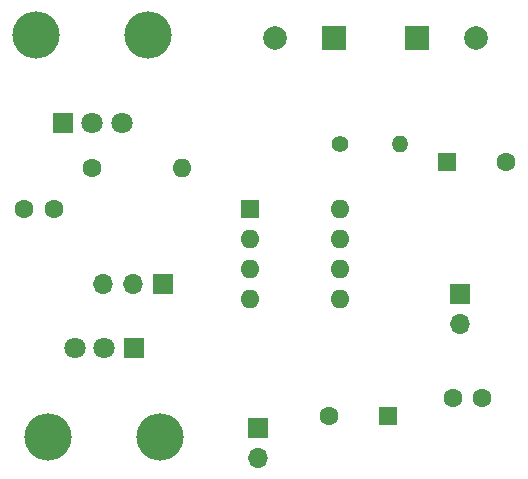
<source format=gts>
%TF.GenerationSoftware,KiCad,Pcbnew,8.0.1*%
%TF.CreationDate,2024-10-27T16:15:39-04:00*%
%TF.ProjectId,audio amplifier,61756469-6f20-4616-9d70-6c6966696572,rev?*%
%TF.SameCoordinates,Original*%
%TF.FileFunction,Soldermask,Top*%
%TF.FilePolarity,Negative*%
%FSLAX46Y46*%
G04 Gerber Fmt 4.6, Leading zero omitted, Abs format (unit mm)*
G04 Created by KiCad (PCBNEW 8.0.1) date 2024-10-27 16:15:39*
%MOMM*%
%LPD*%
G01*
G04 APERTURE LIST*
%ADD10R,1.600000X1.600000*%
%ADD11C,1.600000*%
%ADD12O,1.600000X1.600000*%
%ADD13R,1.700000X1.700000*%
%ADD14O,1.700000X1.700000*%
%ADD15O,4.000000X4.000000*%
%ADD16R,1.800000X1.800000*%
%ADD17C,1.800000*%
%ADD18C,1.400000*%
%ADD19O,1.400000X1.400000*%
%ADD20R,2.000000X2.000000*%
%ADD21C,2.000000*%
G04 APERTURE END LIST*
D10*
%TO.C,C6*%
X131500000Y-78500000D03*
D11*
X136500000Y-78500000D03*
%TD*%
D10*
%TO.C,U1*%
X114880000Y-82500000D03*
D12*
X114880000Y-85040000D03*
X114880000Y-87580000D03*
X114880000Y-90120000D03*
X122500000Y-90120000D03*
X122500000Y-87580000D03*
X122500000Y-85040000D03*
X122500000Y-82500000D03*
%TD*%
D11*
%TO.C,R1*%
X101500000Y-79000000D03*
D12*
X109120000Y-79000000D03*
%TD*%
D13*
%TO.C,J3*%
X132650000Y-89730000D03*
D14*
X132650000Y-92270000D03*
%TD*%
D11*
%TO.C,C3*%
X95750000Y-82500000D03*
X98250000Y-82500000D03*
%TD*%
D15*
%TO.C,RV1*%
X96750000Y-67725000D03*
X106250000Y-67725000D03*
D16*
X99000000Y-75225000D03*
D17*
X101500000Y-75225000D03*
X104000000Y-75225000D03*
%TD*%
D18*
%TO.C,R2*%
X122460000Y-77000000D03*
D19*
X127540000Y-77000000D03*
%TD*%
D20*
%TO.C,C4*%
X129000000Y-68000000D03*
D21*
X134000000Y-68000000D03*
%TD*%
D10*
%TO.C,C2*%
X126500000Y-100000000D03*
D11*
X121500000Y-100000000D03*
%TD*%
%TO.C,C7*%
X134500000Y-98500000D03*
X132000000Y-98500000D03*
%TD*%
D20*
%TO.C,C1*%
X122000000Y-68000000D03*
D21*
X117000000Y-68000000D03*
%TD*%
D13*
%TO.C,J2*%
X107460000Y-88850000D03*
D14*
X104920000Y-88850000D03*
X102380000Y-88850000D03*
%TD*%
D15*
%TO.C,RV2*%
X107250000Y-101775000D03*
X97750000Y-101775000D03*
D16*
X105000000Y-94275000D03*
D17*
X102500000Y-94275000D03*
X100000000Y-94275000D03*
%TD*%
D13*
%TO.C,J1*%
X115500000Y-101000000D03*
D14*
X115500000Y-103540000D03*
%TD*%
M02*

</source>
